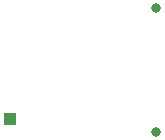
<source format=gbs>
G04 #@! TF.GenerationSoftware,KiCad,Pcbnew,5.0.0-rc3+dfsg1-1*
G04 #@! TF.CreationDate,2018-07-17T14:07:16+09:00*
G04 #@! TF.ProjectId,fst-01,6673742D30312E6B696361645F706362,rev?*
G04 #@! TF.SameCoordinates,PX791ddc0PY5e69114*
G04 #@! TF.FileFunction,Soldermask,Bot*
G04 #@! TF.FilePolarity,Negative*
%FSLAX46Y46*%
G04 Gerber Fmt 4.6, Leading zero omitted, Abs format (unit mm)*
G04 Created by KiCad (PCBNEW 5.0.0-rc3+dfsg1-1) date Tue Jul 17 14:07:16 2018*
%MOMM*%
%LPD*%
G01*
G04 APERTURE LIST*
%ADD10R,1.104900X1.104800*%
%ADD11C,0.804800*%
G04 APERTURE END LIST*
D10*
G04 #@! TO.C,K1*
X-11163300Y-4178300D03*
G04 #@! TD*
D11*
G04 #@! TO.C,J1*
X1200000Y-5250000D03*
X1200000Y5250000D03*
G04 #@! TD*
M02*

</source>
